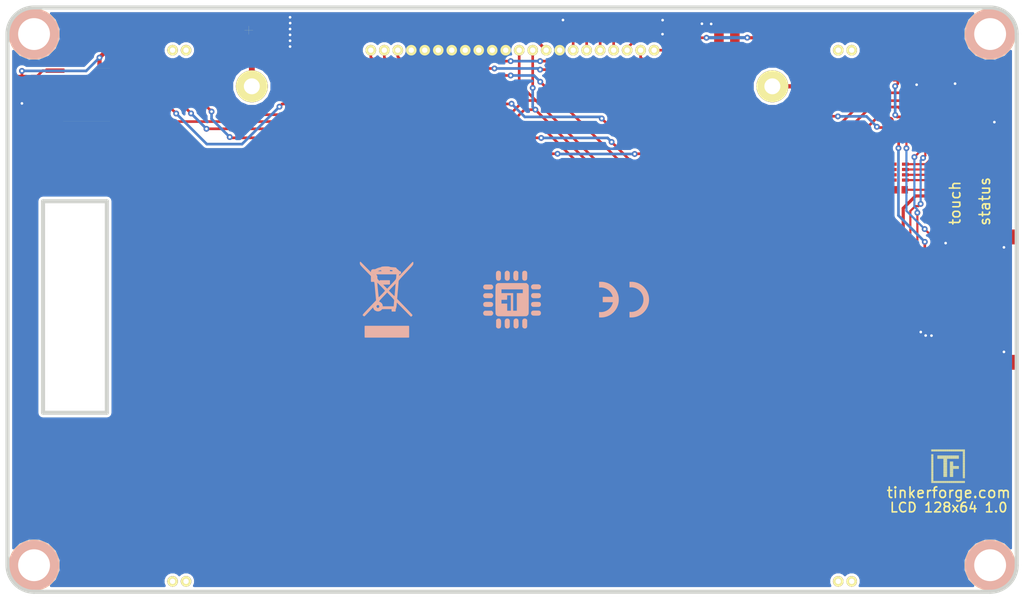
<source format=kicad_pcb>
(kicad_pcb (version 4) (host pcbnew 4.0.2+dfsg1-stable)
  (title_block (title "LCD 128x64 Bricklet") (date 2017-12-05) (rev 1.0) (company "Tinkerforge GmbH") (comment 1 "Licensed under CERN OHL v.1.1") (comment 2 "Copyright (©) 2017, L.Lauer <lukas@tinkerforge.com>"))
  (layers (0 F.Cu signal) (31 B.Cu signal) (34 B.Paste user) (35 F.Paste user) (36 B.SilkS user) (37 F.SilkS user) (38 B.Mask user) (39 F.Mask user) (44 Edge.Cuts user))
  (net 0 "")
  (net 1 GND)
  (net 2 "Net-(C1-Pad1)")
  (net 3 VCC)
  (net 4 "Net-(C7-Pad1)")
  (net 5 "Net-(C9-Pad1)")
  (net 6 "Net-(C9-Pad2)")
  (net 7 "Net-(C10-Pad1)")
  (net 8 "Net-(C10-Pad2)")
  (net 9 "Net-(D1-Pad2)")
  (net 10 "Net-(P1-Pad4)")
  (net 11 "Net-(P1-Pad5)")
  (net 12 "Net-(P1-Pad6)")
  (net 13 "Net-(P2-Pad1)")
  (net 14 "Net-(P3-Pad2)")
  (net 15 "Net-(P4-Pad2)")
  (net 16 "Net-(P4-Pad1)")
  (net 17 "Net-(P4-Pad3)")
  (net 18 "Net-(P4-Pad4)")
  (net 19 SW-BACK)
  (net 20 "Net-(Q1-PadD)")
  (net 21 "Net-(R1-Pad1)")
  (net 22 "Net-(R2-Pad2)")
  (net 23 "Net-(R4-Pad2)")
  (net 24 M-MISO)
  (net 25 "Net-(R7-Pad1)")
  (net 26 S-MISO)
  (net 27 S-MOSI)
  (net 28 S-CLK)
  (net 29 S-CS)
  (net 30 M-CS-TS)
  (net 31 M-CS-LCD)
  (net 32 M-CLK)
  (net 33 "Net-(RP2-Pad5)")
  (net 34 "Net-(RP2-Pad6)")
  (net 35 "Net-(RP2-Pad7)")
  (net 36 "Net-(RP2-Pad8)")
  (net 37 LCD-RST)
  (net 38 TS-BUSY)
  (net 39 PENIRQ)
  (net 40 LCD-CD)
  (net 41 M-MOSI)
  (net 42 "Net-(D2-Pad2)")
  (net 43 "Net-(P1-Pad1)")
  (net 44 "Net-(R8-Pad1)")
  (net 45 "Net-(U1-Pad3)")
  (net 46 "Net-(U1-Pad5)")
  (net 47 "Net-(U1-Pad6)")
  (net 48 "Net-(U1-Pad8)")
  (net 49 "Net-(U2-Pad8)")
  (net 50 "Net-(U2-Pad9)")
  (module kicad-libraries:C0402F (layer F.Cu) (at 180.01 84.38 135)
    (fp_text reference C1)
    (fp_text value 220pF)
    (pad 2 smd rect (at 0.5 0 135) (size 0.6 0.7) (layers F.Cu F.Paste F.Mask) (net 1 GND))
    (pad 1 smd rect (at -0.5 0 135) (size 0.6 0.7) (layers F.Cu F.Paste F.Mask) (net 2 "Net-(C1-Pad1)"))
  )
  (module kicad-libraries:C0805 (layer F.Cu) (at 180.15 90.75 270)
    (fp_text reference C2)
    (fp_text value 10uF)
    (pad 1 smd rect (at -1.00076 0 270) (size 1.00076 1.24968) (layers F.Cu F.Paste F.Mask) (net 3 VCC) (clearance 0.14986))
    (pad 2 smd rect (at 1.00076 0 270) (size 1.00076 1.24968) (layers F.Cu F.Paste F.Mask) (net 1 GND) (clearance 0.14986))
  )
  (module kicad-libraries:C0603F (layer F.Cu) (at 178.6 90.7 270)
    (fp_text reference C3)
    (fp_text value 1uF)
    (pad 1 smd rect (at -0.75 0 270) (size 0.9 0.9) (layers F.Cu F.Paste F.Mask) (net 3 VCC))
    (pad 2 smd rect (at 0.75 0 270) (size 0.9 0.9) (layers F.Cu F.Paste F.Mask) (net 1 GND))
  )
  (module kicad-libraries:C0603F (layer F.Cu) (at 179.62 68.47 180)
    (fp_text reference C4)
    (fp_text value 100n)
    (pad 1 smd rect (at -0.75 0 180) (size 0.9 0.9) (layers F.Cu F.Paste F.Mask) (net 1 GND))
    (pad 2 smd rect (at 0.75 0 180) (size 0.9 0.9) (layers F.Cu F.Paste F.Mask) (net 3 VCC))
  )
  (module kicad-libraries:C0603F (layer F.Cu) (at 93.26 68.84 90)
    (fp_text reference C5)
    (fp_text value 10uF)
    (pad 1 smd rect (at -0.75 0 90) (size 0.9 0.9) (layers F.Cu F.Paste F.Mask) (net 1 GND))
    (pad 2 smd rect (at 0.75 0 90) (size 0.9 0.9) (layers F.Cu F.Paste F.Mask) (net 3 VCC))
  )
  (module kicad-libraries:C0603F (layer F.Cu) (at 94.56 68.84 90)
    (fp_text reference C6)
    (fp_text value 100n)
    (pad 1 smd rect (at -0.75 0 90) (size 0.9 0.9) (layers F.Cu F.Paste F.Mask) (net 1 GND))
    (pad 2 smd rect (at 0.75 0 90) (size 0.9 0.9) (layers F.Cu F.Paste F.Mask) (net 3 VCC))
  )
  (module kicad-libraries:R0603F (layer F.Cu) (at 152.08 62.49)
    (fp_text reference C7)
    (fp_text value 0,33uF)
    (pad 1 smd rect (at -0.75 0) (size 0.9 0.9) (layers F.Cu F.Paste F.Mask) (net 4 "Net-(C7-Pad1)"))
    (pad 2 smd rect (at 0.75 0) (size 0.9 0.9) (layers F.Cu F.Paste F.Mask) (net 1 GND))
  )
  (module kicad-libraries:3528-21 (layer F.Cu) (at 116.01 63.44)
    (fp_text reference C8)
    (fp_text value 100µF/6.3V)
    (pad 1 smd rect (at -1.40048 0) (size 1.59954 2.79908) (layers F.Cu F.Paste F.Mask) (net 3 VCC) (clearance 0.14986))
    (pad 2 smd rect (at 1.40048 0) (size 1.59954 2.79908) (layers F.Cu F.Paste F.Mask) (net 1 GND) (clearance 0.14986))
  )
  (module kicad-libraries:C0603F (layer F.Cu) (at 148.8 63.4)
    (fp_text reference C9)
    (fp_text value 2,2uF)
    (pad 1 smd rect (at -0.75 0) (size 0.9 0.9) (layers F.Cu F.Paste F.Mask) (net 5 "Net-(C9-Pad1)"))
    (pad 2 smd rect (at 0.75 0) (size 0.9 0.9) (layers F.Cu F.Paste F.Mask) (net 6 "Net-(C9-Pad2)"))
  )
  (module kicad-libraries:C0603F (layer F.Cu) (at 145.7 63.4 180)
    (fp_text reference C10)
    (fp_text value 2,2uF)
    (pad 1 smd rect (at -0.75 0 180) (size 0.9 0.9) (layers F.Cu F.Paste F.Mask) (net 7 "Net-(C10-Pad1)"))
    (pad 2 smd rect (at 0.75 0 180) (size 0.9 0.9) (layers F.Cu F.Paste F.Mask) (net 8 "Net-(C10-Pad2)"))
  )
  (module kicad-libraries:C0805 (layer F.Cu) (at 142.4 62.48 180)
    (fp_text reference C12)
    (fp_text value 10uF)
    (pad 1 smd rect (at -1.00076 0 180) (size 1.00076 1.24968) (layers F.Cu F.Paste F.Mask) (net 1 GND) (clearance 0.14986))
    (pad 2 smd rect (at 1.00076 0 180) (size 1.00076 1.24968) (layers F.Cu F.Paste F.Mask) (net 3 VCC) (clearance 0.14986))
  )
  (module kicad-libraries:D0603E (layer F.Cu) (at 185.28 79.56 90)
    (fp_text reference D1)
    (fp_text value blue)
    (pad 1 smd rect (at -0.8501 0 90) (size 1.1 1) (layers F.Cu F.Paste F.Mask) (net 3 VCC))
    (pad 2 smd rect (at 0.8501 0 90) (size 1.1 1) (layers F.Cu F.Paste F.Mask) (net 9 "Net-(D1-Pad2)"))
  )
  (module kicad-libraries:CON-SENSOR2 (layer F.Cu) (at 186.9 88.8 90)
    (fp_text reference P1)
    (fp_text value CON-SENSOR2)
    (pad 1 smd rect (at -3.75 -4.6 90) (size 0.6 1.8) (layers F.Cu F.Paste F.Mask) (net 43 "Net-(P1-Pad1)"))
    (pad 2 smd rect (at -2.5 -4.6 90) (size 0.6 1.8) (layers F.Cu F.Paste F.Mask) (net 1 GND))
    (pad EP smd rect (at -5.9 -1.2 90) (size 1.4 2.4) (layers F.Cu F.Paste F.Mask) (net 1 GND))
    (pad EP smd rect (at 5.9 -1.2 90) (size 1.4 2.4) (layers F.Cu F.Paste F.Mask) (net 1 GND))
    (pad 3 smd rect (at -1.25 -4.6 90) (size 0.6 1.8) (layers F.Cu F.Paste F.Mask) (net 3 VCC))
    (pad 4 smd rect (at 0 -4.6 90) (size 0.6 1.8) (layers F.Cu F.Paste F.Mask) (net 10 "Net-(P1-Pad4)"))
    (pad 5 smd rect (at 1.25 -4.6 90) (size 0.6 1.8) (layers F.Cu F.Paste F.Mask) (net 11 "Net-(P1-Pad5)"))
    (pad 6 smd rect (at 2.5 -4.6 90) (size 0.6 1.8) (layers F.Cu F.Paste F.Mask) (net 12 "Net-(P1-Pad6)"))
    (pad 7 smd rect (at 3.75 -4.6 90) (size 0.6 1.8) (layers F.Cu F.Paste F.Mask) (net 2 "Net-(C1-Pad1)"))
  )
  (module kicad-libraries:DEBUG_PAD (layer F.Cu) (at 174.98 71.94)
    (fp_text reference P2)
    (fp_text value Debug)
    (pad 1 smd circle (at 0 0) (size 0.7 0.7) (layers F.Cu F.Paste F.Mask) (net 13 "Net-(P2-Pad1)"))
  )
  (module kicad-libraries:SolderJumper (layer F.Cu) (at 183.76 72.09 180)
    (fp_text reference P3)
    (fp_text value BOOT)
    (pad 2 smd rect (at 0.55 0 180) (size 0.3 1.4) (layers F.Cu F.Mask) (net 14 "Net-(P3-Pad2)"))
    (pad 2 smd rect (at 0.15 0 180) (size 0.6 0.5) (layers F.Cu F.Mask) (net 14 "Net-(P3-Pad2)"))
    (pad 1 smd rect (at -0.5 0 180) (size 0.4 1.4) (layers F.Cu F.Mask) (net 1 GND))
    (pad 1 smd rect (at -0.225 0.55 180) (size 0.95 0.3) (layers F.Cu F.Mask) (net 1 GND))
    (pad 1 smd rect (at -0.225 -0.55 180) (size 0.95 0.3) (layers F.Cu F.Mask) (net 1 GND))
  )
  (module kicad-libraries:ER-CON04HB-2 (layer F.Cu) (at 98.39 73.93)
    (fp_text reference P4)
    (fp_text value CON_4Wire_ER-TP028-1)
    (pad EP smd rect (at 4.3 2.15) (size 2 2.5) (layers F.Cu F.Paste F.Mask))
    (pad EP smd rect (at -4.3 2.15) (size 2 2.5) (layers F.Cu F.Paste F.Mask))
    (pad 2 smd rect (at 0.5 0) (size 0.6 2) (layers F.Cu F.Paste F.Mask) (net 15 "Net-(P4-Pad2)"))
    (pad 1 smd rect (at 1.5 0) (size 0.6 2) (layers F.Cu F.Paste F.Mask) (net 16 "Net-(P4-Pad1)"))
    (pad 3 smd rect (at -0.5 0) (size 0.6 2) (layers F.Cu F.Paste F.Mask) (net 17 "Net-(P4-Pad3)"))
    (pad 4 smd rect (at -1.5 0) (size 0.6 2) (layers F.Cu F.Paste F.Mask) (net 18 "Net-(P4-Pad4)"))
  )
  (module kicad-libraries:SOT23GDS (layer F.Cu) (at 176.6 66.8 180)
    (fp_text reference Q1)
    (fp_text value 2N7002)
    (pad S smd rect (at -0.889 -1.016 180) (size 0.9144 0.9144) (layers F.Cu F.Paste F.Mask) (net 1 GND))
    (pad G smd rect (at 0.889 -1.016 180) (size 0.9144 0.9144) (layers F.Cu F.Paste F.Mask) (net 19 SW-BACK))
    (pad D smd rect (at 0 1.016 180) (size 0.9144 0.9144) (layers F.Cu F.Paste F.Mask) (net 20 "Net-(Q1-PadD)"))
  )
  (module kicad-libraries:R0603F (layer F.Cu) (at 185.28 76.36 270)
    (fp_text reference R1)
    (fp_text value 1k)
    (pad 1 smd rect (at -0.75 0 270) (size 0.9 0.9) (layers F.Cu F.Paste F.Mask) (net 21 "Net-(R1-Pad1)"))
    (pad 2 smd rect (at 0.75 0 270) (size 0.9 0.9) (layers F.Cu F.Paste F.Mask) (net 9 "Net-(D1-Pad2)"))
  )
  (module kicad-libraries:R0603F (layer F.Cu) (at 155.79 64.15 180)
    (fp_text reference R2)
    (fp_text value DNP)
    (pad 1 smd rect (at -0.75 0 180) (size 0.9 0.9) (layers F.Cu F.Paste F.Mask) (net 3 VCC))
    (pad 2 smd rect (at 0.75 0 180) (size 0.9 0.9) (layers F.Cu F.Paste F.Mask) (net 22 "Net-(R2-Pad2)"))
  )
  (module kicad-libraries:R0603F (layer F.Cu) (at 155.79 62.83)
    (fp_text reference R3)
    (fp_text value 0)
    (pad 1 smd rect (at -0.75 0) (size 0.9 0.9) (layers F.Cu F.Paste F.Mask) (net 22 "Net-(R2-Pad2)"))
    (pad 2 smd rect (at 0.75 0) (size 0.9 0.9) (layers F.Cu F.Paste F.Mask) (net 1 GND))
  )
  (module kicad-libraries:R0603F (layer F.Cu) (at 159.62 64.16)
    (fp_text reference R4)
    (fp_text value DNP)
    (pad 1 smd rect (at -0.75 0) (size 0.9 0.9) (layers F.Cu F.Paste F.Mask) (net 3 VCC))
    (pad 2 smd rect (at 0.75 0) (size 0.9 0.9) (layers F.Cu F.Paste F.Mask) (net 23 "Net-(R4-Pad2)"))
  )
  (module kicad-libraries:R0603F (layer F.Cu) (at 159.62 62.85 180)
    (fp_text reference R5)
    (fp_text value 0)
    (pad 1 smd rect (at -0.75 0 180) (size 0.9 0.9) (layers F.Cu F.Paste F.Mask) (net 23 "Net-(R4-Pad2)"))
    (pad 2 smd rect (at 0.75 0 180) (size 0.9 0.9) (layers F.Cu F.Paste F.Mask) (net 1 GND))
  )
  (module kicad-libraries:R0603F (layer F.Cu) (at 152.08 63.81)
    (fp_text reference R6)
    (fp_text value 10M)
    (pad 1 smd rect (at -0.75 0) (size 0.9 0.9) (layers F.Cu F.Paste F.Mask) (net 4 "Net-(C7-Pad1)"))
    (pad 2 smd rect (at 0.75 0) (size 0.9 0.9) (layers F.Cu F.Paste F.Mask) (net 1 GND))
  )
  (module kicad-libraries:R0402F (layer F.Cu) (at 175.86 78.46 180)
    (fp_text reference R7)
    (fp_text value 82)
    (pad 2 smd rect (at 0.5 0 180) (size 0.6 0.7) (layers F.Cu F.Paste F.Mask) (net 41 M-MOSI))
    (pad 1 smd rect (at -0.5 0 180) (size 0.6 0.7) (layers F.Cu F.Paste F.Mask) (net 25 "Net-(R7-Pad1)"))
  )
  (module kicad-libraries:4X0402 (layer F.Cu) (at 178.85 85.5 45)
    (fp_text reference RP1)
    (fp_text value 82)
    (pad 1 smd rect (at -0.7493 0.575 225) (size 0.29972 0.65) (layers F.Cu F.Paste F.Mask) (net 10 "Net-(P1-Pad4)"))
    (pad 2 smd rect (at -0.24892 0.575 225) (size 0.29972 0.65) (layers F.Cu F.Paste F.Mask) (net 11 "Net-(P1-Pad5)"))
    (pad 3 smd rect (at 0.24892 0.575 225) (size 0.29972 0.65) (layers F.Cu F.Paste F.Mask) (net 12 "Net-(P1-Pad6)"))
    (pad 4 smd rect (at 0.7493 0.575 225) (size 0.29972 0.65) (layers F.Cu F.Paste F.Mask) (net 2 "Net-(C1-Pad1)"))
    (pad 5 smd rect (at 0.7493 -0.575 45) (size 0.29972 0.65) (layers F.Cu F.Paste F.Mask) (net 26 S-MISO))
    (pad 6 smd rect (at 0.24892 -0.575 45) (size 0.29972 0.65) (layers F.Cu F.Paste F.Mask) (net 27 S-MOSI))
    (pad 7 smd rect (at -0.24892 -0.575 45) (size 0.29972 0.65) (layers F.Cu F.Paste F.Mask) (net 28 S-CLK))
    (pad 8 smd rect (at -0.7493 -0.575 45) (size 0.29972 0.65) (layers F.Cu F.Paste F.Mask) (net 29 S-CS))
  )
  (module kicad-libraries:4X0402 (layer F.Cu) (at 175.85 76.8 270)
    (fp_text reference RP2)
    (fp_text value 82)
    (pad 1 smd rect (at -0.7493 0.575 90) (size 0.29972 0.65) (layers F.Cu F.Paste F.Mask) (net 30 M-CS-TS))
    (pad 2 smd rect (at -0.24892 0.575 90) (size 0.29972 0.65) (layers F.Cu F.Paste F.Mask) (net 31 M-CS-LCD))
    (pad 3 smd rect (at 0.24892 0.575 90) (size 0.29972 0.65) (layers F.Cu F.Paste F.Mask) (net 32 M-CLK))
    (pad 4 smd rect (at 0.7493 0.575 90) (size 0.29972 0.65) (layers F.Cu F.Paste F.Mask) (net 24 M-MISO))
    (pad 5 smd rect (at 0.7493 -0.575 270) (size 0.29972 0.65) (layers F.Cu F.Paste F.Mask) (net 33 "Net-(RP2-Pad5)"))
    (pad 6 smd rect (at 0.24892 -0.575 270) (size 0.29972 0.65) (layers F.Cu F.Paste F.Mask) (net 34 "Net-(RP2-Pad6)"))
    (pad 7 smd rect (at -0.24892 -0.575 270) (size 0.29972 0.65) (layers F.Cu F.Paste F.Mask) (net 35 "Net-(RP2-Pad7)"))
    (pad 8 smd rect (at -0.7493 -0.575 270) (size 0.29972 0.65) (layers F.Cu F.Paste F.Mask) (net 36 "Net-(RP2-Pad8)"))
  )
  (module kicad-libraries:QFN24-4x4mm-0.5mm (layer F.Cu) (at 179.05 72.35 180)
    (fp_text reference U1)
    (fp_text value XMC130024)
    (pad 1 smd oval (at -2.025 -1.25 180) (size 1 0.3) (layers F.Cu F.Paste F.Mask) (net 25 "Net-(R7-Pad1)"))
    (pad 2 smd oval (at -2.025 -0.75 180) (size 1 0.3) (layers F.Cu F.Paste F.Mask) (net 44 "Net-(R8-Pad1)"))
    (pad 3 smd oval (at -2.025 -0.25 180) (size 1 0.3) (layers F.Cu F.Paste F.Mask) (net 45 "Net-(U1-Pad3)"))
    (pad 4 smd oval (at -2.025 0.25 180) (size 1 0.3) (layers F.Cu F.Paste F.Mask) (net 14 "Net-(P3-Pad2)"))
    (pad 5 smd oval (at -2.025 0.75 180) (size 1 0.3) (layers F.Cu F.Paste F.Mask) (net 46 "Net-(U1-Pad5)"))
    (pad 6 smd oval (at -2.025 1.25 180) (size 1 0.3) (layers F.Cu F.Paste F.Mask) (net 47 "Net-(U1-Pad6)"))
    (pad 7 smd oval (at -1.25 2.025 270) (size 1 0.3) (layers F.Cu F.Paste F.Mask) (net 21 "Net-(R1-Pad1)"))
    (pad 8 smd oval (at -0.75 2.025 270) (size 1 0.3) (layers F.Cu F.Paste F.Mask) (net 48 "Net-(U1-Pad8)"))
    (pad 9 smd oval (at -0.25 2.025 270) (size 1 0.3) (layers F.Cu F.Paste F.Mask) (net 1 GND))
    (pad 10 smd oval (at 0.25 2.025 270) (size 1 0.3) (layers F.Cu F.Paste F.Mask) (net 3 VCC))
    (pad 11 smd oval (at 0.75 2.025 270) (size 1 0.3) (layers F.Cu F.Paste F.Mask) (net 37 LCD-RST))
    (pad 12 smd oval (at 1.25 2.025 270) (size 1 0.3) (layers F.Cu F.Paste F.Mask) (net 38 TS-BUSY))
    (pad 13 smd oval (at 2.025 1.25 180) (size 1 0.3) (layers F.Cu F.Paste F.Mask) (net 39 PENIRQ))
    (pad 14 smd oval (at 2.025 0.75 180) (size 1 0.3) (layers F.Cu F.Paste F.Mask) (net 19 SW-BACK))
    (pad 15 smd oval (at 2.025 0.25 180) (size 1 0.3) (layers F.Cu F.Paste F.Mask) (net 13 "Net-(P2-Pad1)"))
    (pad 16 smd oval (at 2.025 -0.25 180) (size 1 0.3) (layers F.Cu F.Paste F.Mask) (net 40 LCD-CD))
    (pad 17 smd oval (at 2.025 -0.75 180) (size 1 0.3) (layers F.Cu F.Paste F.Mask) (net 27 S-MOSI))
    (pad 18 smd oval (at 2.025 -1.25 180) (size 1 0.3) (layers F.Cu F.Paste F.Mask) (net 26 S-MISO))
    (pad 19 smd oval (at 1.25 -2.025 270) (size 1 0.3) (layers F.Cu F.Paste F.Mask) (net 28 S-CLK))
    (pad 20 smd oval (at 0.75 -2.025 270) (size 1 0.3) (layers F.Cu F.Paste F.Mask) (net 29 S-CS))
    (pad 21 smd oval (at 0.25 -2.025 270) (size 1 0.3) (layers F.Cu F.Paste F.Mask) (net 36 "Net-(RP2-Pad8)"))
    (pad 22 smd oval (at -0.25 -2.025 270) (size 1 0.3) (layers F.Cu F.Paste F.Mask) (net 35 "Net-(RP2-Pad7)"))
    (pad 23 smd oval (at -0.75 -2.025 270) (size 1 0.3) (layers F.Cu F.Paste F.Mask) (net 34 "Net-(RP2-Pad6)"))
    (pad 24 smd oval (at -1.25 -2.025 270) (size 1 0.3) (layers F.Cu F.Paste F.Mask) (net 33 "Net-(RP2-Pad5)"))
    (pad EXP smd rect (at 0.65 0.65 180) (size 1.3 1.3) (layers F.Cu F.Paste F.Mask) (net 1 GND))
    (pad EXP smd rect (at 0.65 -0.65 180) (size 1.3 1.3) (layers F.Cu F.Paste F.Mask) (net 1 GND))
    (pad EXP smd rect (at -0.65 0.65 180) (size 1.3 1.3) (layers F.Cu F.Paste F.Mask) (net 1 GND))
    (pad EXP smd rect (at -0.65 -0.65 180) (size 1.3 1.3) (layers F.Cu F.Paste F.Mask) (net 1 GND))
  )
  (module kicad-libraries:DRILL_NP (layer F.Cu) (at 94.4 63.8)
    (fp_text reference U4 hide)
    (fp_text value DRILL hide)
    (pad "" np_thru_hole circle (at 0 0) (size 2.99974 2.99974) (drill 2.99974) (layers *.Cu *.Mask F.SilkS) (clearance 0.89916))
  )
  (module kicad-libraries:DRILL_NP (layer F.Cu) (at 184.4 63.8)
    (fp_text reference U5 hide)
    (fp_text value DRILL hide)
    (pad "" np_thru_hole circle (at 0 0) (size 2.99974 2.99974) (drill 2.99974) (layers *.Cu *.Mask F.SilkS) (clearance 0.89916))
  )
  (module kicad-libraries:DRILL_NP (layer F.Cu) (at 94.4 113.8)
    (fp_text reference U6 hide)
    (fp_text value DRILL hide)
    (pad "" np_thru_hole circle (at 0 0) (size 2.99974 2.99974) (drill 2.99974) (layers *.Cu *.Mask F.SilkS) (clearance 0.89916))
  )
  (module kicad-libraries:DRILL_NP (layer F.Cu) (at 184.4 113.8)
    (fp_text reference U7 hide)
    (fp_text value DRILL hide)
    (pad "" np_thru_hole circle (at 0 0) (size 2.99974 2.99974) (drill 2.99974) (layers *.Cu *.Mask F.SilkS) (clearance 0.89916))
  )
  (module kicad-libraries:TSSOP16 (layer F.Cu) (at 99.35 69.52 270)
    (fp_text reference U2)
    (fp_text value TSC2046E)
    (pad 1 smd rect (at -2.2733 2.97434 90) (size 0.4191 1.778) (layers F.Cu F.Paste F.Mask) (net 3 VCC))
    (pad 2 smd rect (at -1.62306 2.97434 90) (size 0.4191 1.778) (layers F.Cu F.Paste F.Mask) (net 16 "Net-(P4-Pad1)"))
    (pad 3 smd rect (at -0.97282 2.97434 90) (size 0.4191 1.778) (layers F.Cu F.Paste F.Mask) (net 15 "Net-(P4-Pad2)"))
    (pad 4 smd rect (at -0.32258 2.97434 90) (size 0.4191 1.778) (layers F.Cu F.Paste F.Mask) (net 17 "Net-(P4-Pad3)"))
    (pad 5 smd rect (at 0.32258 2.97434 90) (size 0.4191 1.778) (layers F.Cu F.Paste F.Mask) (net 18 "Net-(P4-Pad4)"))
    (pad 6 smd rect (at 0.97282 2.97434 90) (size 0.4191 1.778) (layers F.Cu F.Paste F.Mask) (net 1 GND))
    (pad 7 smd rect (at 1.62306 2.97434 90) (size 0.4191 1.778) (layers F.Cu F.Paste F.Mask) (net 3 VCC))
    (pad 8 smd rect (at 2.2733 2.97434 90) (size 0.4191 1.778) (layers F.Cu F.Paste F.Mask) (net 49 "Net-(U2-Pad8)"))
    (pad 9 smd rect (at 2.2733 -2.97434 270) (size 0.4191 1.778) (layers F.Cu F.Paste F.Mask) (net 50 "Net-(U2-Pad9)"))
    (pad 10 smd rect (at 1.62306 -2.97434 270) (size 0.4191 1.778) (layers F.Cu F.Paste F.Mask) (net 3 VCC))
    (pad 11 smd rect (at 0.97282 -2.97434 270) (size 0.4191 1.778) (layers F.Cu F.Paste F.Mask) (net 39 PENIRQ))
    (pad 12 smd rect (at 0.32258 -2.97434 270) (size 0.4191 1.778) (layers F.Cu F.Paste F.Mask) (net 24 M-MISO))
    (pad 13 smd rect (at -0.32258 -2.97434 270) (size 0.4191 1.778) (layers F.Cu F.Paste F.Mask) (net 38 TS-BUSY))
    (pad 14 smd rect (at -0.97282 -2.97434 270) (size 0.4191 1.778) (layers F.Cu F.Paste F.Mask) (net 41 M-MOSI))
    (pad 15 smd rect (at -1.62306 -2.97434 270) (size 0.4191 1.778) (layers F.Cu F.Paste F.Mask) (net 30 M-CS-TS))
    (pad 16 smd rect (at -2.2733 -2.97434 270) (size 0.4191 1.778) (layers F.Cu F.Paste F.Mask) (net 32 M-CLK))
  )
  (module kicad-libraries:C0603F (layer F.Cu) (at 142.6 63.93 180)
    (fp_text reference C11)
    (fp_text value 100n)
    (pad 1 smd rect (at -0.75 0 180) (size 0.9 0.9) (layers F.Cu F.Paste F.Mask) (net 1 GND))
    (pad 2 smd rect (at 0.75 0 180) (size 0.9 0.9) (layers F.Cu F.Paste F.Mask) (net 3 VCC))
  )
  (module kicad-libraries:ERC12864-655_128x64 (layer F.Cu) (at 139.4 90.32)
    (fp_text reference U3)
    (fp_text value LCD-ERC12864)
    (pad NC thru_hole circle (at -31.96 25) (size 1 1) (drill 0.5) (layers *.Cu *.Mask F.SilkS))
    (pad NC thru_hole circle (at 31.97 25) (size 1 1) (drill 0.5) (layers *.Cu *.Mask F.SilkS))
    (pad NC thru_hole circle (at 30.7 25) (size 1 1) (drill 0.5) (layers *.Cu *.Mask F.SilkS))
    (pad NC thru_hole circle (at -30.69 25) (size 1 1) (drill 0.5) (layers *.Cu *.Mask F.SilkS))
    (pad NC thru_hole circle (at -31.96 -25) (size 1 1) (drill 0.5) (layers *.Cu *.Mask F.SilkS))
    (pad NC thru_hole circle (at -30.69 -25) (size 1 1) (drill 0.5) (layers *.Cu *.Mask F.SilkS))
    (pad NC thru_hole circle (at 31.97 -25) (size 1 1) (drill 0.5) (layers *.Cu *.Mask F.SilkS))
    (pad NC thru_hole circle (at 30.7 -25) (size 1 1) (drill 0.5) (layers *.Cu *.Mask F.SilkS))
    (pad 1 thru_hole circle (at -13.3 -25) (size 1 1) (drill 0.5) (layers *.Cu *.Mask F.SilkS) (net 31 M-CS-LCD))
    (pad 2 thru_hole circle (at -12.03 -25) (size 1 1) (drill 0.5) (layers *.Cu *.Mask F.SilkS) (net 37 LCD-RST))
    (pad 3 thru_hole circle (at -10.76 -25) (size 1 1) (drill 0.5) (layers *.Cu *.Mask F.SilkS) (net 40 LCD-CD))
    (pad 4 thru_hole circle (at -9.49 -25) (size 1 1) (drill 0.5) (layers *.Cu *.Mask F.SilkS) (net 1 GND))
    (pad 5 thru_hole circle (at -8.22 -25) (size 1 1) (drill 0.5) (layers *.Cu *.Mask F.SilkS) (net 1 GND))
    (pad 6 thru_hole circle (at -6.95 -25) (size 1 1) (drill 0.5) (layers *.Cu *.Mask F.SilkS) (net 1 GND))
    (pad 7 thru_hole circle (at -5.68 -25) (size 1 1) (drill 0.5) (layers *.Cu *.Mask F.SilkS) (net 1 GND))
    (pad 8 thru_hole circle (at -4.41 -25) (size 1 1) (drill 0.5) (layers *.Cu *.Mask F.SilkS) (net 1 GND))
    (pad 9 thru_hole circle (at -3.14 -25) (size 1 1) (drill 0.5) (layers *.Cu *.Mask F.SilkS) (net 1 GND))
    (pad 10 thru_hole circle (at -1.87 -25) (size 1 1) (drill 0.5) (layers *.Cu *.Mask F.SilkS) (net 1 GND))
    (pad 11 thru_hole circle (at -0.6 -25) (size 1 1) (drill 0.5) (layers *.Cu *.Mask F.SilkS) (net 1 GND))
    (pad 12 thru_hole circle (at 0.67 -25) (size 1 1) (drill 0.5) (layers *.Cu *.Mask F.SilkS) (net 32 M-CLK))
    (pad 13 thru_hole circle (at 1.94 -25) (size 1 1) (drill 0.5) (layers *.Cu *.Mask F.SilkS) (net 24 M-MISO))
    (pad 14 thru_hole circle (at 3.21 -25) (size 1 1) (drill 0.5) (layers *.Cu *.Mask F.SilkS) (net 3 VCC))
    (pad 15 thru_hole circle (at 4.48 -25) (size 1 1) (drill 0.5) (layers *.Cu *.Mask F.SilkS) (net 1 GND))
    (pad 16 thru_hole circle (at 5.75 -25) (size 1 1) (drill 0.5) (layers *.Cu *.Mask F.SilkS) (net 8 "Net-(C10-Pad2)"))
    (pad 17 thru_hole circle (at 7.02 -25) (size 1 1) (drill 0.5) (layers *.Cu *.Mask F.SilkS) (net 7 "Net-(C10-Pad1)"))
    (pad 18 thru_hole circle (at 8.29 -25) (size 1 1) (drill 0.5) (layers *.Cu *.Mask F.SilkS) (net 5 "Net-(C9-Pad1)"))
    (pad 19 thru_hole circle (at 9.56 -25) (size 1 1) (drill 0.5) (layers *.Cu *.Mask F.SilkS) (net 6 "Net-(C9-Pad2)"))
    (pad 20 thru_hole circle (at 10.83 -25) (size 1 1) (drill 0.5) (layers *.Cu *.Mask F.SilkS) (net 4 "Net-(C7-Pad1)"))
    (pad 21 thru_hole circle (at 12.1 -25) (size 1 1) (drill 0.5) (layers *.Cu *.Mask F.SilkS) (net 23 "Net-(R4-Pad2)"))
    (pad 22 thru_hole circle (at 13.37 -25) (size 1 1) (drill 0.5) (layers *.Cu *.Mask F.SilkS) (net 22 "Net-(R2-Pad2)"))
    (pad 23 thru_hole circle (at -24.5 -21.6) (size 3 3) (drill 1.5) (layers *.Cu *.Mask F.SilkS) (net 3 VCC))
    (pad 24 thru_hole circle (at 24.5 -21.6) (size 3 3) (drill 1.5) (layers *.Cu *.Mask F.SilkS) (net 20 "Net-(Q1-PadD)"))
  )
  (module kicad-libraries:Logo_31x31 (layer F.Cu) (at 178.86 102.9)
    (fp_text reference G*** hide)
    (fp_text value Logo_31x31 hide)
  )
  (module kicad-libraries:WEEE_7mm (layer B.Cu) (at 127.6 88.8 180)
    (fp_text reference VAL hide)
    (fp_text value WEEE_7mm hide)
  )
  (module kicad-libraries:Logo_CoMCU (layer B.Cu) (at 139.4 88.8 180)
    (fp_text reference G*** hide)
    (fp_text value LOGO hide)
  )
  (module kicad-libraries:CE_5mm (layer B.Cu) (at 149.9 88.8 180)
    (fp_text reference VAL hide)
    (fp_text value CE_5mm hide)
  )
  (module kicad-libraries:Fiducial_Mark (layer F.Cu) (at 97.9 110.3)
    (fp_text reference Fiducial_Mark hide)
    (fp_text value VAL** hide)
    (pad 1 smd circle (at 0 0) (size 1.00076 1.00076) (layers F.Cu F.Paste F.Mask) (clearance 0.65024))
  )
  (module kicad-libraries:Fiducial_Mark (layer F.Cu) (at 178.9 113.3)
    (fp_text reference Fiducial_Mark hide)
    (fp_text value VAL** hide)
    (pad 1 smd circle (at 0 0) (size 1.00076 1.00076) (layers F.Cu F.Paste F.Mask) (clearance 0.65024))
  )
  (module kicad-libraries:Fiducial_Mark (layer F.Cu) (at 98.9 63.3)
    (fp_text reference Fiducial_Mark hide)
    (fp_text value VAL** hide)
    (pad 1 smd circle (at 0 0) (size 1.00076 1.00076) (layers F.Cu F.Paste F.Mask) (clearance 0.65024))
  )
  (module kicad-libraries:Fiducial_Mark (layer F.Cu) (at 179.9 63.3)
    (fp_text reference Fiducial_Mark hide)
    (fp_text value VAL** hide)
    (pad 1 smd circle (at 0 0) (size 1.00076 1.00076) (layers F.Cu F.Paste F.Mask) (clearance 0.65024))
  )
  (module kicad-libraries:D0603E (layer F.Cu) (at 182.47 79.56 90)
    (fp_text reference D2)
    (fp_text value green)
    (pad 1 smd rect (at -0.8501 0 90) (size 1.1 1) (layers F.Cu F.Paste F.Mask) (net 3 VCC))
    (pad 2 smd rect (at 0.8501 0 90) (size 1.1 1) (layers F.Cu F.Paste F.Mask) (net 42 "Net-(D2-Pad2)"))
  )
  (module kicad-libraries:R0603F (layer F.Cu) (at 183.04 76.5 180)
    (fp_text reference R8)
    (fp_text value 1k)
    (pad 1 smd rect (at -0.75 0 180) (size 0.9 0.9) (layers F.Cu F.Paste F.Mask) (net 44 "Net-(R8-Pad1)"))
    (pad 2 smd rect (at 0.75 0 180) (size 0.9 0.9) (layers F.Cu F.Paste F.Mask) (net 42 "Net-(D2-Pad2)"))
  )
  (gr_text touch (at 181.1 79.7 90) (layer F.SilkS) (effects (font (size 1 1))))
  (gr_text "LCD 128x64 1.0" (at 180.5 108.37) (layer F.SilkS) (effects (font (size 0.9 0.9))))
  (gr_text tinkerforge.com (at 180.5 106.97) (layer F.SilkS) (effects (font (size 1 1))))
  (gr_line (start 95.25 99.45) (end 95.25 79.54) (angle 90) (layer Edge.Cuts) (width 0.381))
  (gr_line (start 101.25 99.45) (end 95.25 99.45) (angle 90) (layer Edge.Cuts) (width 0.381))
  (gr_line (start 101.25 79.54) (end 101.25 99.45) (angle 90) (layer Edge.Cuts) (width 0.381))
  (gr_line (start 101.25 79.54) (end 95.25 79.54) (angle 90) (layer Edge.Cuts) (width 0.381))
  (gr_line (start 94.4 116.3) (end 184.4 116.3) (angle 90) (layer Edge.Cuts) (width 0.381))
  (gr_line (start 91.9 63.8) (end 91.9 113.8) (angle 90) (layer Edge.Cuts) (width 0.381))
  (gr_line (start 184.4 61.3) (end 94.4 61.3) (angle 90) (layer Edge.Cuts) (width 0.381))
  (gr_line (start 186.9 113.8) (end 186.9 63.8) (angle 90) (layer Edge.Cuts) (width 0.381))
  (gr_arc (start 184.4 113.8) (end 186.9 113.8) (angle 90) (layer Edge.Cuts) (width 0.381))
  (gr_arc (start 184.4 63.8) (end 184.4 61.3) (angle 90) (layer Edge.Cuts) (width 0.381))
  (gr_text status (at 183.89 79.55 90) (layer F.SilkS) (effects (font (size 1 1))))
  (gr_arc (start 94.4 113.8) (end 94.4 116.3) (angle 90) (layer Edge.Cuts) (width 0.381))
  (gr_arc (start 94.4 63.8) (end 91.9 63.8) (angle 90) (layer Edge.Cuts) (width 0.381))
  (segment (start 117.41048 63.44) (end 117.41048 63.89048) (width 0.55) (layer F.Cu) (net 1))
  (segment (start 117.41048 63.89048) (end 118.5 64.98) (width 0.55) (layer F.Cu) (net 1))
  (via (at 118.5 64.98) (size 0.55) (drill 0.25) (layers F.Cu B.Cu) (net 1))
  (segment (start 117.41048 63.44) (end 117.51 63.44) (width 0.55) (layer F.Cu) (net 1))
  (segment (start 117.51 63.44) (end 118.5 64.43) (width 0.55) (layer F.Cu) (net 1))
  (via (at 118.5 64.43) (size 0.55) (drill 0.25) (layers F.Cu B.Cu) (net 1))
  (segment (start 117.41048 63.44) (end 118.06 63.44) (width 0.55) (layer F.Cu) (net 1))
  (segment (start 118.06 63.44) (end 118.5 63.88) (width 0.55) (layer F.Cu) (net 1))
  (via (at 118.5 63.88) (size 0.55) (drill 0.25) (layers F.Cu B.Cu) (net 1))
  (segment (start 118.5 63.33) (end 118.5 62.78) (width 0.55) (layer F.Cu) (net 1))
  (via (at 118.51 62.77) (size 0.55) (drill 0.25) (layers F.Cu B.Cu) (net 1))
  (segment (start 118.12 62.77) (end 118.51 62.77) (width 0.55) (layer F.Cu) (net 1))
  (segment (start 118.39 63.44) (end 118.5 63.33) (width 0.55) (layer F.Cu) (net 1))
  (via (at 118.5 63.33) (size 0.55) (drill 0.25) (layers F.Cu B.Cu) (net 1))
  (segment (start 118.39 63.44) (end 117.41048 63.44) (width 0.55) (layer F.Cu) (net 1))
  (segment (start 118.5 62.78) (end 118.51 62.77) (width 0.55) (layer F.Cu) (net 1))
  (segment (start 117.41048 63.44) (end 117.45 63.44) (width 0.55) (layer F.Cu) (net 1))
  (segment (start 117.45 63.44) (end 118.12 62.77) (width 0.55) (layer F.Cu) (net 1))
  (segment (start 117.41048 63.44) (end 117.41048 63.30952) (width 0.55) (layer F.Cu) (net 1))
  (segment (start 117.41048 63.30952) (end 118.5 62.22) (width 0.55) (layer F.Cu) (net 1))
  (via (at 118.5 62.22) (size 0.55) (drill 0.25) (layers F.Cu B.Cu) (net 1))
  (segment (start 179.656447 84.026447) (end 179.663553 84.026447) (width 0.3) (layer F.Cu) (net 1))
  (segment (start 179.663553 84.026447) (end 180.21 83.48) (width 0.3) (layer F.Cu) (net 1))
  (via (at 180.21 83.48) (size 0.55) (drill 0.25) (layers F.Cu B.Cu) (net 1))
  (segment (start 185.7 82.9) (end 185.7 83.88) (width 0.55) (layer F.Cu) (net 1))
  (via (at 185.7 83.88) (size 0.55) (drill 0.25) (layers F.Cu B.Cu) (net 1))
  (segment (start 185.7 94.7) (end 185.7 93.72) (width 0.55) (layer F.Cu) (net 1))
  (via (at 185.7 93.72) (size 0.55) (drill 0.25) (layers F.Cu B.Cu) (net 1))
  (segment (start 177.87 91.85) (end 178 91.85) (width 0.55) (layer F.Cu) (net 1))
  (segment (start 178.27 91.45) (end 177.87 91.85) (width 0.55) (layer F.Cu) (net 1))
  (via (at 177.87 91.85) (size 0.55) (drill 0.25) (layers F.Cu B.Cu) (net 1))
  (via (at 178.33 92.18) (size 0.55) (drill 0.25) (layers F.Cu B.Cu) (net 1))
  (segment (start 178.34 92.19) (end 178.33 92.18) (width 0.55) (layer F.Cu) (net 1))
  (segment (start 178.6 91.91) (end 178.88 92.19) (width 0.55) (layer F.Cu) (net 1))
  (via (at 178.88 92.19) (size 0.55) (drill 0.25) (layers F.Cu B.Cu) (net 1))
  (segment (start 178.88 92.19) (end 178.34 92.19) (width 0.55) (layer F.Cu) (net 1))
  (segment (start 178.33 92.18) (end 178.6 91.91) (width 0.55) (layer F.Cu) (net 1))
  (segment (start 178 91.85) (end 178.33 92.18) (width 0.55) (layer F.Cu) (net 1))
  (segment (start 178.6 91.45) (end 178.6 91.91) (width 0.55) (layer F.Cu) (net 1))
  (segment (start 178.6 91.45) (end 178.27 91.45) (width 0.55) (layer F.Cu) (net 1))
  (segment (start 180.15 91.75076) (end 179.47076 91.75076) (width 0.4) (layer F.Cu) (net 1))
  (segment (start 179.17 91.45) (end 178.6 91.45) (width 0.4) (layer F.Cu) (net 1))
  (segment (start 179.47076 91.75076) (end 179.17 91.45) (width 0.4) (layer F.Cu) (net 1))
  (segment (start 182.3 91.3) (end 181.16 91.3) (width 0.4) (layer F.Cu) (net 1))
  (segment (start 181.16 91.3) (end 180.70924 91.75076) (width 0.4) (layer F.Cu) (net 1))
  (segment (start 180.70924 91.75076) (end 180.15 91.75076) (width 0.4) (layer F.Cu) (net 1))
  (segment (start 180.37 68.47) (end 181.1 68.47) (width 0.55) (layer F.Cu) (net 1))
  (via (at 181.1 68.47) (size 0.55) (drill 0.25) (layers F.Cu B.Cu) (net 1))
  (segment (start 184.26 72.09) (end 184.8 72.09) (width 0.25) (layer F.Cu) (net 1))
  (via (at 184.8 72.09) (size 0.55) (drill 0.25) (layers F.Cu B.Cu) (net 1))
  (segment (start 183.985 71.54) (end 184.18 71.54) (width 0.2) (layer F.Cu) (net 1))
  (segment (start 184.18 71.54) (end 184.28 71.64) (width 0.2) (layer F.Cu) (net 1))
  (segment (start 184.28 71.64) (end 184.28 72.53) (width 0.2) (layer F.Cu) (net 1))
  (segment (start 184.28 72.53) (end 184.16 72.65) (width 0.2) (layer F.Cu) (net 1))
  (segment (start 184.16 72.65) (end 183.96 72.65) (width 0.2) (layer F.Cu) (net 1))
  (segment (start 183.96 72.65) (end 183.985 72.64) (width 0.2) (layer F.Cu) (net 1))
  (segment (start 179.3 70.325) (end 179.3 69.62) (width 0.25) (layer F.Cu) (net 1))
  (segment (start 180.37 69) (end 180.37 68.47) (width 0.25) (layer F.Cu) (net 1))
  (segment (start 180.04 69.33) (end 180.37 69) (width 0.25) (layer F.Cu) (net 1))
  (segment (start 179.59 69.33) (end 180.04 69.33) (width 0.25) (layer F.Cu) (net 1))
  (segment (start 179.3 69.62) (end 179.59 69.33) (width 0.25) (layer F.Cu) (net 1))
  (segment (start 177.489 67.816) (end 177.489 68.561) (width 0.55) (layer F.Cu) (net 1))
  (via (at 177.48 68.57) (size 0.55) (drill 0.25) (layers F.Cu B.Cu) (net 1))
  (segment (start 177.489 68.561) (end 177.48 68.57) (width 0.55) (layer F.Cu) (net 1))
  (segment (start 158.87 62.85) (end 158.14 62.85) (width 0.55) (layer F.Cu) (net 1))
  (via (at 158.14 62.85) (size 0.55) (drill 0.25) (layers F.Cu B.Cu) (net 1))
  (segment (start 156.54 62.83) (end 157.27 62.83) (width 0.55) (layer F.Cu) (net 1))
  (via (at 157.27 62.83) (size 0.55) (drill 0.25) (layers F.Cu B.Cu) (net 1))
  (segment (start 152.83 63.81) (end 153.56 63.81) (width 0.55) (layer F.Cu) (net 1))
  (via (at 153.56 63.81) (size 0.55) (drill 0.25) (layers F.Cu B.Cu) (net 1))
  (segment (start 152.83 62.49) (end 153.57 62.49) (width 0.55) (layer F.Cu) (net 1))
  (via (at 153.57 62.49) (size 0.55) (drill 0.25) (layers F.Cu B.Cu) (net 1))
  (segment (start 152.83 63.81) (end 152.83 62.49) (width 0.55) (layer F.Cu) (net 1))
  (via (at 144.19 62.48) (size 0.55) (drill 0.25) (layers F.Cu B.Cu) (net 1))
  (segment (start 143.40076 62.48) (end 144.19 62.48) (width 0.55) (layer F.Cu) (net 1))
  (segment (start 143.88 64.94) (end 143.88 65.32) (width 0.3) (layer F.Cu) (net 1))
  (segment (start 143.35 64.41) (end 143.88 64.94) (width 0.3) (layer F.Cu) (net 1))
  (segment (start 143.35 63.93) (end 143.35 64.41) (width 0.3) (layer F.Cu) (net 1))
  (segment (start 93.26 69.59) (end 93.26 70.33) (width 0.55) (layer F.Cu) (net 1))
  (via (at 93.26 70.33) (size 0.55) (drill 0.25) (layers F.Cu B.Cu) (net 1))
  (segment (start 94.56 69.59) (end 93.26 69.59) (width 0.55) (layer F.Cu) (net 1))
  (segment (start 94.56 69.59) (end 94.56 70.05) (width 0.25) (layer F.Cu) (net 1))
  (segment (start 95.00282 70.49282) (end 96.37566 70.49282) (width 0.25) (layer F.Cu) (net 1))
  (segment (start 94.56 70.05) (end 95.00282 70.49282) (width 0.25) (layer F.Cu) (net 1))
  (segment (start 178.4 71.7) (end 178.4 73) (width 0.2) (layer F.Cu) (net 1))
  (segment (start 178.4 71.7) (end 179.7 71.7) (width 0.2) (layer F.Cu) (net 1))
  (segment (start 179.7 71.7) (end 179.7 73) (width 0.2) (layer F.Cu) (net 1))
  (segment (start 179.7 73) (end 178.4 73) (width 0.2) (layer F.Cu) (net 1))
  (segment (start 179.3 70.325) (end 179.3 71.3) (width 0.2) (layer F.Cu) (net 1))
  (segment (start 179.3 71.3) (end 179.7 71.7) (width 0.2) (layer F.Cu) (net 1))
  (segment (start 143.35 63.8) (end 143.35 62.35076) (width 0.55) (layer F.Cu) (net 1))
  (segment (start 143.35 62.35076) (end 143.40076 62.3) (width 0.25) (layer F.Cu) (net 1))
  (segment (start 182.3 85.05) (end 181.14 85.05) (width 0.2) (layer F.Cu) (net 2))
  (segment (start 180.039671 85.63) (end 179.786422 85.376751) (width 0.2) (layer F.Cu) (net 2))
  (segment (start 180.56 85.63) (end 180.039671 85.63) (width 0.2) (layer F.Cu) (net 2))
  (segment (start 181.14 85.05) (end 180.56 85.63) (width 0.2) (layer F.Cu) (net 2))
  (segment (start 180.363553 84.733553) (end 180.363553 84.79962) (width 0.25) (layer F.Cu) (net 2))
  (segment (start 182.3 85.05) (end 180.68 85.05) (width 0.2) (layer F.Cu) (net 2))
  (segment (start 180.68 85.05) (end 180.363553 84.733553) (width 0.2) (layer F.Cu) (net 2))
  (segment (start 182.3 84.99) (end 182.3 85.05) (width 0.25) (layer F.Cu) (net 2))
  (segment (start 182.3 85.05) (end 182.3 84.89) (width 0.25) (layer F.Cu) (net 2))
  (segment (start 114.9 65.08) (end 114.9 65.43) (width 0.3) (layer F.Cu) (net 3))
  (segment (start 114.9 65.43) (end 115.55 66.08) (width 0.3) (layer F.Cu) (net 3))
  (segment (start 182.01 67.32) (end 182.01 67.31) (width 0.3) (layer F.Cu) (net 3))
  (segment (start 178.85 64.15) (end 178.12 64.15) (width 0.3) (layer F.Cu) (net 3))
  (segment (start 182.01 67.31) (end 178.85 64.15) (width 0.3) (layer F.Cu) (net 3))
  (segment (start 182.47 80.4101) (end 183.5201 80.4101) (width 0.3) (layer F.Cu) (net 3))
  (segment (start 177.38 79.04) (end 179.05 79.04) (width 0.3) (layer F.Cu) (net 3))
  (segment (start 180.4201 80.4101) (end 182.47 80.4101) (width 0.3) (layer F.Cu) (net 3))
  (segment (start 179.05 79.04) (end 180.4201 80.4101) (width 0.3) (layer F.Cu) (net 3))
  (via (at 157.7 64.15) (size 0.55) (drill 0.25) (layers F.Cu B.Cu) (net 3))
  (segment (start 157.71 64.14) (end 157.7 64.15) (width 0.3) (layer B.Cu) (net 3))
  (segment (start 157.71 64.14) (end 161.54 64.14) (width 0.3) (layer B.Cu) (net 3))
  (via (at 161.54 64.14) (size 0.55) (drill 0.25) (layers F.Cu B.Cu) (net 3))
  (segment (start 161.54 64.14) (end 161.55 64.15) (width 0.3) (layer F.Cu) (net 3))
  (segment (start 161.55 64.15) (end 178.12 64.15) (width 0.3) (layer F.Cu) (net 3))
  (segment (start 115.55 66.08) (end 122.26 66.08) (width 0.3) (layer F.Cu) (net 3))
  (segment (start 122.26 66.08) (end 125.86 62.48) (width 0.3) (layer F.Cu) (net 3))
  (segment (start 125.86 62.48) (end 141.39924 62.48) (width 0.3) (layer F.Cu) (net 3))
  (segment (start 96.94 75.78) (end 96.83 75.78) (width 0.25) (layer F.Cu) (net 3))
  (segment (start 95.02 73.97) (end 95.02 71.43) (width 0.25) (layer F.Cu) (net 3))
  (segment (start 96.83 75.78) (end 95.02 73.97) (width 0.25) (layer F.Cu) (net 3))
  (segment (start 101.57 73.17) (end 101.57 73.2) (width 0.25) (layer F.Cu) (net 3))
  (segment (start 95.30694 71.14306) (end 96.37566 71.14306) (width 0.25) (layer F.Cu) (net 3))
  (segment (start 95.02 71.43) (end 95.30694 71.14306) (width 0.25) (layer F.Cu) (net 3))
  (segment (start 100.01 75.78) (end 96.94 75.78) (width 0.25) (layer F.Cu) (net 3))
  (segment (start 100.89 74.9) (end 100.01 75.78) (width 0.25) (layer F.Cu) (net 3))
  (segment (start 100.89 73.88) (end 100.89 74.9) (width 0.25) (layer F.Cu) (net 3))
  (segment (start 101.57 73.2) (end 100.89 73.88) (width 0.25) (layer F.Cu) (net 3))
  (via (at 100.56 66.02) (size 0.55) (drill 0.25) (layers F.Cu B.Cu) (net 3))
  (segment (start 93.26 68.09) (end 93.26 67.27) (width 0.25) (layer F.Cu) (net 3))
  (via (at 93.26 67.27) (size 0.55) (drill 0.25) (layers F.Cu B.Cu) (net 3))
  (segment (start 99.31 67.27) (end 93.26 67.27) (width 0.25) (layer B.Cu) (net 3))
  (segment (start 99.31 67.27) (end 100.56 66.02) (width 0.25) (layer B.Cu) (net 3))
  (segment (start 102.32434 71.14306) (end 100.56 71.14306) (width 0.25) (layer F.Cu) (net 3))
  (segment (start 100.57 71.19) (end 100.56 71.19) (width 0.25) (layer F.Cu) (net 3))
  (segment (start 100.57 71.15306) (end 100.57 71.19) (width 0.25) (layer F.Cu) (net 3))
  (segment (start 100.56 71.14306) (end 100.57 71.15306) (width 0.25) (layer F.Cu) (net 3))
  (segment (start 178.6 89.95) (end 177.87 89.95) (width 0.4) (layer F.Cu) (net 3))
  (segment (start 103.14 63.44) (end 114.60952 63.44) (width 0.4) (layer F.Cu) (net 3))
  (segment (start 100.56 66.02) (end 103.14 63.44) (width 0.4) (layer F.Cu) (net 3))
  (segment (start 100.56 72.16) (end 100.56 71.39) (width 0.4) (layer F.Cu) (net 3))
  (segment (start 100.56 71.39) (end 100.56 71.19) (width 0.4) (layer F.Cu) (net 3))
  (segment (start 100.56 71.19) (end 100.56 66.02) (width 0.4) (layer F.Cu) (net 3))
  (segment (start 101.57 73.17) (end 100.56 72.16) (width 0.4) (layer F.Cu) (net 3))
  (segment (start 103.91 73.17) (end 101.57 73.17) (width 0.4) (layer F.Cu) (net 3))
  (segment (start 110.26 79.52) (end 103.91 73.17) (width 0.4) (layer F.Cu) (net 3))
  (segment (start 167.44 79.52) (end 110.26 79.52) (width 0.4) (layer F.Cu) (net 3))
  (segment (start 177.87 89.95) (end 167.44 79.52) (width 0.4) (layer F.Cu) (net 3))
  (segment (start 185.04 80.4101) (end 185.8599 80.4101) (width 0.3) (layer F.Cu) (net 3))
  (segment (start 185.8599 80.4101) (end 186.18 80.09) (width 0.3) (layer F.Cu) (net 3))
  (segment (start 186.18 80.09) (end 186.18 71.49) (width 0.3) (layer F.Cu) (net 3))
  (segment (start 186.18 71.49) (end 182.01 67.32) (width 0.3) (layer F.Cu) (net 3))
  (segment (start 182.01 67.32) (end 181.97 67.28) (width 0.3) (layer F.Cu) (net 3))
  (segment (start 181.97 67.28) (end 181.28 67.28) (width 0.3) (layer F.Cu) (net 3))
  (segment (start 178.87 67.72) (end 178.87 68.47) (width 0.3) (layer F.Cu) (net 3))
  (segment (start 179.31 67.28) (end 178.87 67.72) (width 0.3) (layer F.Cu) (net 3))
  (segment (start 181.28 67.28) (end 180.65 67.28) (width 0.3) (layer F.Cu) (net 3))
  (segment (start 180.65 67.28) (end 179.31 67.28) (width 0.3) (layer F.Cu) (net 3))
  (segment (start 178.6 89.95) (end 178.6 87.73) (width 0.3) (layer F.Cu) (net 3))
  (segment (start 183.5201 80.4101) (end 185.11 80.4101) (width 0.3) (layer F.Cu) (net 3))
  (segment (start 176.22 80.2) (end 177.38 79.04) (width 0.3) (layer F.Cu) (net 3))
  (segment (start 176.22 85.35) (end 176.22 80.2) (width 0.3) (layer F.Cu) (net 3))
  (segment (start 178.6 87.73) (end 176.22 85.35) (width 0.3) (layer F.Cu) (net 3))
  (segment (start 180.15 89.74924) (end 179.39076 89.74924) (width 0.4) (layer F.Cu) (net 3))
  (segment (start 179.19 89.95) (end 178.6 89.95) (width 0.4) (layer F.Cu) (net 3))
  (segment (start 179.39076 89.74924) (end 179.19 89.95) (width 0.4) (layer F.Cu) (net 3))
  (segment (start 182.3 90.05) (end 181.16 90.05) (width 0.4) (layer F.Cu) (net 3))
  (segment (start 180.85924 89.74924) (end 180.15 89.74924) (width 0.4) (layer F.Cu) (net 3))
  (segment (start 181.16 90.05) (end 180.85924 89.74924) (width 0.4) (layer F.Cu) (net 3))
  (segment (start 178.8 70.325) (end 178.8 68.54) (width 0.25) (layer F.Cu) (net 3))
  (segment (start 178.8 68.54) (end 178.87 68.47) (width 0.25) (layer F.Cu) (net 3))
  (segment (start 156.54 64.15) (end 157.7 64.15) (width 0.25) (layer F.Cu) (net 3))
  (segment (start 157.7 64.15) (end 158.86 64.15) (width 0.25) (layer F.Cu) (net 3))
  (segment (start 158.86 64.15) (end 158.87 64.16) (width 0.25) (layer F.Cu) (net 3))
  (segment (start 141.85 64.56) (end 142.61 65.32) (width 0.3) (layer F.Cu) (net 3))
  (segment (start 141.85 63.93) (end 141.85 64.56) (width 0.3) (layer F.Cu) (net 3))
  (segment (start 141.85 63.93) (end 141.85 63.51) (width 0.3) (layer F.Cu) (net 3))
  (segment (start 141.85 63.51) (end 141.39924 63.05924) (width 0.3) (layer F.Cu) (net 3))
  (segment (start 141.39924 63.05924) (end 141.39924 62.48) (width 0.3) (layer F.Cu) (net 3))
  (segment (start 93.26 68.09) (end 94.56 68.09) (width 0.55) (layer F.Cu) (net 3))
  (segment (start 94.56 68.09) (end 94.56 67.9) (width 0.25) (layer F.Cu) (net 3))
  (segment (start 94.56 67.9) (end 95.2133 67.2467) (width 0.25) (layer F.Cu) (net 3))
  (segment (start 95.2133 67.2467) (end 96.37566 67.2467) (width 0.25) (layer F.Cu) (net 3))
  (segment (start 114.9 68.6) (end 114.9 66.08) (width 0.55) (layer F.Cu) (net 3))
  (segment (start 114.9 66.08) (end 114.9 65.08) (width 0.55) (layer F.Cu) (net 3))
  (segment (start 114.9 65.08) (end 114.9 63.60048) (width 0.55) (layer F.Cu) (net 3))
  (segment (start 114.9 63.60048) (end 114.59952 63.3) (width 0.55) (layer F.Cu) (net 3))
  (segment (start 141.39924 62.3) (end 141.39924 62.69924) (width 0.25) (layer F.Cu) (net 3))
  (segment (start 141.85 64.15) (end 141.85 63.8) (width 0.25) (layer F.Cu) (net 3))
  (segment (start 151.33 63.81) (end 151.33 62.49) (width 0.25) (layer F.Cu) (net 4))
  (segment (start 150.23 65.32) (end 150.23 65.13) (width 0.25) (layer F.Cu) (net 4))
  (segment (start 150.23 65.13) (end 151.33 64.03) (width 0.25) (layer F.Cu) (net 4))
  (segment (start 151.33 64.03) (end 151.33 63.81) (width 0.25) (layer F.Cu) (net 4))
  (segment (start 147.69 65.2) (end 147.69 64.51) (width 0.25) (layer F.Cu) (net 5))
  (segment (start 148.05 64.15) (end 148.05 63.4) (width 0.25) (layer F.Cu) (net 5))
  (segment (start 147.69 64.51) (end 148.05 64.15) (width 0.25) (layer F.Cu) (net 5))
  (segment (start 148.96 65.2) (end 148.96 64.54) (width 0.25) (layer F.Cu) (net 6))
  (segment (start 149.55 63.95) (end 149.55 63.4) (width 0.25) (layer F.Cu) (net 6))
  (segment (start 148.96 64.54) (end 149.55 63.95) (width 0.25) (layer F.Cu) (net 6))
  (segment (start 146.42 65.2) (end 146.42 63.43) (width 0.25) (layer F.Cu) (net 7))
  (segment (start 146.42 63.43) (end 146.45 63.4) (width 0.25) (layer F.Cu) (net 7))
  (segment (start 145.15 65.2) (end 145.15 64.35) (width 0.25) (layer F.Cu) (net 8))
  (segment (start 144.95 64.15) (end 144.95 63.4) (width 0.25) (layer F.Cu) (net 8))
  (segment (start 145.15 64.35) (end 144.95 64.15) (width 0.25) (layer F.Cu) (net 8))
  (segment (start 185.28 78.7099) (end 185.28 77.11) (width 0.2) (layer F.Cu) (net 9))
  (segment (start 182.3 88.8) (end 181.090329 88.8) (width 0.2) (layer F.Cu) (net 10))
  (segment (start 181.090329 88.8) (end 178.726751 86.436422) (width 0.2) (layer F.Cu) (net 10))
  (segment (start 182.3 87.55) (end 180.547974 87.55) (width 0.2) (layer F.Cu) (net 11))
  (segment (start 180.547974 87.55) (end 179.080573 86.082599) (width 0.2) (layer F.Cu) (net 11))
  (segment (start 182.3 86.3) (end 180.002026 86.3) (width 0.2) (layer F.Cu) (net 12))
  (segment (start 180.002026 86.3) (end 179.432599 85.730573) (width 0.2) (layer F.Cu) (net 12))
  (segment (start 177.025 72.1) (end 175.14 72.1) (width 0.2) (layer F.Cu) (net 13))
  (segment (start 175.14 72.1) (end 174.98 71.94) (width 0.2) (layer F.Cu) (net 13))
  (segment (start 183.21 72.09) (end 183.61 72.09) (width 0.2) (layer F.Cu) (net 14))
  (segment (start 181.075 72.1) (end 183.2 72.1) (width 0.2) (layer F.Cu) (net 14))
  (segment (start 183.2 72.1) (end 183.21 72.09) (width 0.25) (layer F.Cu) (net 14))
  (segment (start 96.37566 68.54718) (end 97.55718 68.54718) (width 0.25) (layer F.Cu) (net 15))
  (segment (start 98.89 69.88) (end 98.89 73.93) (width 0.25) (layer F.Cu) (net 15))
  (segment (start 97.55718 68.54718) (end 98.89 69.88) (width 0.25) (layer F.Cu) (net 15))
  (segment (start 96.37566 67.89694) (end 97.60694 67.89694) (width 0.25) (layer F.Cu) (net 16))
  (segment (start 99.89 72.78) (end 99.89 73.93) (width 0.25) (layer F.Cu) (net 16))
  (segment (start 99.56 72.45) (end 99.89 72.78) (width 0.25) (layer F.Cu) (net 16))
  (segment (start 99.56 69.85) (end 99.56 72.45) (width 0.25) (layer F.Cu) (net 16))
  (segment (start 97.60694 67.89694) (end 99.56 69.85) (width 0.25) (layer F.Cu) (net 16))
  (segment (start 96.37566 69.19742) (end 97.53742 69.19742) (width 0.25) (layer F.Cu) (net 17))
  (segment (start 97.89 72.76) (end 97.89 73.93) (width 0.25) (layer F.Cu) (net 17))
  (segment (start 98.15 72.5) (end 97.89 72.76) (width 0.25) (layer F.Cu) (net 17))
  (segment (start 98.15 69.81) (end 98.15 72.5) (width 0.25) (layer F.Cu) (net 17))
  (segment (start 97.53742 69.19742) (end 98.15 69.81) (width 0.25) (layer F.Cu) (net 17))
  (segment (start 96.37566 69.84258) (end 97.46258 69.84258) (width 0.25) (layer F.Cu) (net 18))
  (segment (start 96.89 72.81) (end 96.89 73.93) (width 0.25) (layer F.Cu) (net 18))
  (segment (start 97.13 72.57) (end 96.89 72.81) (width 0.25) (layer F.Cu) (net 18))
  (segment (start 97.41 72.57) (end 97.13 72.57) (width 0.25) (layer F.Cu) (net 18))
  (segment (start 97.69 72.29) (end 97.41 72.57) (width 0.25) (layer F.Cu) (net 18))
  (segment (start 97.69 70.07) (end 97.69 72.29) (width 0.25) (layer F.Cu) (net 18))
  (segment (start 97.46258 69.84258) (end 97.69 70.07) (width 0.25) (layer F.Cu) (net 18))
  (segment (start 96.89 73.13) (end 96.89 74.26) (width 0.25) (layer F.Cu) (net 18))
  (segment (start 177.025 71.6) (end 175.65 71.6) (width 0.25) (layer F.Cu) (net 19))
  (segment (start 175.65 71.6) (end 175.47 71.42) (width 0.25) (layer F.Cu) (net 19))
  (segment (start 175.711 68.459) (end 175.711 67.816) (width 0.25) (layer F.Cu) (net 19))
  (segment (start 175.46 68.71) (end 175.711 68.459) (width 0.25) (layer F.Cu) (net 19))
  (via (at 175.46 68.71) (size 0.55) (drill 0.25) (layers F.Cu B.Cu) (net 19))
  (segment (start 175.46 71.41) (end 175.46 68.71) (width 0.25) (layer B.Cu) (net 19))
  (segment (start 175.47 71.42) (end 175.46 71.41) (width 0.25) (layer B.Cu) (net 19))
  (via (at 175.47 71.42) (size 0.55) (drill 0.25) (layers F.Cu B.Cu) (net 19))
  (segment (start 175.65 71.6) (end 175.47 71.42) (width 0.25) (layer F.Cu) (net 19))
  (segment (start 176.6 65.784) (end 173.706 65.784) (width 0.4) (layer F.Cu) (net 20))
  (segment (start 170.77 68.72) (end 163.9 68.72) (width 0.4) (layer F.Cu) (net 20))
  (segment (start 173.706 65.784) (end 170.77 68.72) (width 0.4) (layer F.Cu) (net 20))
  (segment (start 164.184 68.316) (end 163.9 68.6) (width 0.25) (layer F.Cu) (net 20))
  (segment (start 185.28 75.61) (end 185.28 72.75) (width 0.2) (layer F.Cu) (net 21))
  (segment (start 184.175 70.325) (end 180.3 70.325) (width 0.2) (layer F.Cu) (net 21))
  (segment (start 185.5 71.65) (end 184.175 70.325) (width 0.2) (layer F.Cu) (net 21))
  (segment (start 185.5 72.53) (end 185.5 71.65) (width 0.2) (layer F.Cu) (net 21))
  (segment (start 185.28 72.75) (end 185.5 72.53) (width 0.2) (layer F.Cu) (net 21))
  (segment (start 155.04 64.15) (end 155.04 62.83) (width 0.25) (layer F.Cu) (net 22))
  (segment (start 152.77 65.32) (end 154.52 65.32) (width 0.25) (layer F.Cu) (net 22))
  (segment (start 155.04 64.8) (end 155.04 64.15) (width 0.25) (layer F.Cu) (net 22))
  (segment (start 154.52 65.32) (end 155.04 64.8) (width 0.25) (layer F.Cu) (net 22))
  (segment (start 160.37 64.16) (end 160.37 62.85) (width 0.25) (layer F.Cu) (net 23))
  (segment (start 151.5 65.32) (end 151.5 66) (width 0.25) (layer F.Cu) (net 23))
  (segment (start 160.37 65.73) (end 160.37 64.16) (width 0.25) (layer F.Cu) (net 23))
  (segment (start 159.77 66.33) (end 160.37 65.73) (width 0.25) (layer F.Cu) (net 23))
  (segment (start 151.83 66.33) (end 159.77 66.33) (width 0.25) (layer F.Cu) (net 23))
  (segment (start 151.5 66) (end 151.83 66.33) (width 0.25) (layer F.Cu) (net 23))
  (segment (start 141.59 70.92) (end 140.56 70.92) (width 0.25) (layer F.Cu) (net 24))
  (segment (start 104.62258 69.84258) (end 102.32434 69.84258) (width 0.25) (layer F.Cu) (net 24))
  (segment (start 106.82 72.04) (end 104.62258 69.84258) (width 0.25) (layer F.Cu) (net 24))
  (segment (start 139.44 72.04) (end 106.82 72.04) (width 0.25) (layer F.Cu) (net 24))
  (segment (start 140.56 70.92) (end 139.44 72.04) (width 0.25) (layer F.Cu) (net 24))
  (segment (start 175.275 77.5493) (end 173.38 77.5493) (width 0.25) (layer F.Cu) (net 24))
  (segment (start 173.38 77.5493) (end 148.2193 77.5493) (width 0.25) (layer F.Cu) (net 24))
  (segment (start 141.34 68.87) (end 141.34 65.2) (width 0.25) (layer F.Cu) (net 24))
  (via (at 141.34 68.87) (size 0.55) (drill 0.25) (layers F.Cu B.Cu) (net 24))
  (segment (start 141.34 70.67) (end 141.34 68.87) (width 0.25) (layer B.Cu) (net 24))
  (segment (start 141.59 70.92) (end 141.34 70.67) (width 0.25) (layer B.Cu) (net 24))
  (via (at 141.59 70.92) (size 0.55) (drill 0.25) (layers F.Cu B.Cu) (net 24))
  (segment (start 148.2193 77.5493) (end 141.59 70.92) (width 0.25) (layer F.Cu) (net 24))
  (segment (start 181.075 73.6) (end 181.85 73.6) (width 0.2) (layer F.Cu) (net 25))
  (segment (start 181.85 73.6) (end 182.03 73.78) (width 0.2) (layer F.Cu) (net 25))
  (segment (start 182.03 73.78) (end 182.03 75.07) (width 0.2) (layer F.Cu) (net 25))
  (segment (start 182.03 75.07) (end 178.64 78.46) (width 0.2) (layer F.Cu) (net 25))
  (segment (start 178.64 78.46) (end 176.36 78.46) (width 0.2) (layer F.Cu) (net 25))
  (segment (start 177.025 73.6) (end 176.6 73.6) (width 0.2) (layer F.Cu) (net 26))
  (segment (start 176.6 73.6) (end 176.52 73.68) (width 0.2) (layer F.Cu) (net 26))
  (segment (start 176.52 73.68) (end 176.52 74.55) (width 0.2) (layer F.Cu) (net 26))
  (segment (start 178.700002 83.899998) (end 178.973249 83.626751) (width 0.2) (layer F.Cu) (net 26))
  (segment (start 178.700002 84.290331) (end 178.700002 83.899998) (width 0.2) (layer F.Cu) (net 26))
  (segment (start 178.973249 84.563578) (end 178.700002 84.290331) (width 0.2) (layer F.Cu) (net 26))
  (segment (start 178.973249 83.626751) (end 178.973249 82.893249) (width 0.2) (layer F.Cu) (net 26))
  (via (at 176.52 74.55) (size 0.55) (drill 0.25) (layers F.Cu B.Cu) (net 26))
  (segment (start 176.52 80.44) (end 176.52 74.55) (width 0.2) (layer B.Cu) (net 26))
  (segment (start 178.24 82.16) (end 176.52 80.44) (width 0.2) (layer B.Cu) (net 26))
  (via (at 178.24 82.16) (size 0.55) (drill 0.25) (layers F.Cu B.Cu) (net 26))
  (segment (start 178.973249 82.893249) (end 178.24 82.16) (width 0.2) (layer F.Cu) (net 26))
  (segment (start 178.619427 84.917401) (end 178.619427 84.889427) (width 0.25) (layer F.Cu) (net 27))
  (segment (start 178.619427 84.889427) (end 178.25 84.52) (width 0.25) (layer F.Cu) (net 27))
  (segment (start 176.23 73.1) (end 177.025 73.1) (width 0.25) (layer F.Cu) (net 27))
  (segment (start 175.79 73.54) (end 176.23 73.1) (width 0.25) (layer F.Cu) (net 27))
  (segment (start 175.79 74.52) (end 175.79 73.54) (width 0.25) (layer F.Cu) (net 27))
  (segment (start 175.77 74.54) (end 175.79 74.52) (width 0.25) (layer F.Cu) (net 27))
  (via (at 175.77 74.54) (size 0.55) (drill 0.25) (layers F.Cu B.Cu) (net 27))
  (segment (start 175.77 80.88) (end 175.77 74.54) (width 0.25) (layer B.Cu) (net 27))
  (segment (start 178.25 83.36) (end 175.77 80.88) (width 0.25) (layer B.Cu) (net 27))
  (via (at 178.25 83.36) (size 0.55) (drill 0.25) (layers F.Cu B.Cu) (net 27))
  (segment (start 178.25 84.52) (end 178.25 83.36) (width 0.25) (layer F.Cu) (net 27))
  (segment (start 178.619427 84.917401) (end 178.619427 84.899427) (width 0.2) (layer F.Cu) (net 27))
  (segment (start 177.55 84.59) (end 178.229427 85.269427) (width 0.2) (layer F.Cu) (net 28))
  (segment (start 177.8 74.375) (end 177.8 74.85) (width 0.2) (layer F.Cu) (net 28))
  (segment (start 177.8 74.85) (end 177.27 75.38) (width 0.2) (layer F.Cu) (net 28))
  (via (at 177.27 75.38) (size 0.55) (drill 0.25) (layers F.Cu B.Cu) (net 28))
  (segment (start 177.27 75.38) (end 177.27 80.04) (width 0.2) (layer B.Cu) (net 28))
  (segment (start 177.27 80.04) (end 177.55 80.32) (width 0.2) (layer B.Cu) (net 28))
  (segment (start 177.55 80.32) (end 177.55 80.62) (width 0.2) (layer B.Cu) (net 28))
  (via (at 177.55 80.62) (size 0.55) (drill 0.25) (layers F.Cu B.Cu) (net 28))
  (segment (start 177.55 80.62) (end 177.55 84.59) (width 0.2) (layer F.Cu) (net 28))
  (segment (start 178.229427 85.269427) (end 178.267401 85.269427) (width 0.2) (layer F.Cu) (net 28))
  (segment (start 178.3 74.375) (end 178.3 75.25) (width 0.2) (layer F.Cu) (net 29))
  (segment (start 176.89 84.599671) (end 177.913578 85.623249) (width 0.2) (layer F.Cu) (net 29))
  (segment (start 176.89 80.46) (end 176.89 84.599671) (width 0.2) (layer F.Cu) (net 29))
  (segment (start 177.35 80) (end 176.89 80.46) (width 0.2) (layer F.Cu) (net 29))
  (segment (start 177.65 80) (end 177.35 80) (width 0.2) (layer F.Cu) (net 29))
  (segment (start 177.86 79.79) (end 177.65 80) (width 0.2) (layer F.Cu) (net 29))
  (via (at 177.86 79.79) (size 0.55) (drill 0.25) (layers F.Cu B.Cu) (net 29))
  (segment (start 177.86 75.69) (end 177.86 79.79) (width 0.2) (layer B.Cu) (net 29))
  (segment (start 178.09 75.46) (end 177.86 75.69) (width 0.2) (layer B.Cu) (net 29))
  (via (at 178.09 75.46) (size 0.55) (drill 0.25) (layers F.Cu B.Cu) (net 29))
  (segment (start 178.3 75.25) (end 178.09 75.46) (width 0.2) (layer F.Cu) (net 29))
  (segment (start 175.275 76.0507) (end 150.8607 76.0507) (width 0.25) (layer F.Cu) (net 30))
  (segment (start 107.92694 67.89694) (end 102.32434 67.89694) (width 0.25) (layer F.Cu) (net 30))
  (segment (start 111.11 71.08) (end 107.92694 67.89694) (width 0.25) (layer F.Cu) (net 30))
  (segment (start 111.11 71.1) (end 111.11 71.08) (width 0.25) (layer F.Cu) (net 30))
  (via (at 111.11 71.1) (size 0.55) (drill 0.25) (layers F.Cu B.Cu) (net 30))
  (segment (start 111.11 71.79) (end 111.11 71.1) (width 0.25) (layer B.Cu) (net 30))
  (segment (start 112.82 73.5) (end 111.11 71.79) (width 0.25) (layer B.Cu) (net 30))
  (via (at 112.82 73.5) (size 0.55) (drill 0.25) (layers F.Cu B.Cu) (net 30))
  (segment (start 112.89 73.57) (end 112.82 73.5) (width 0.25) (layer F.Cu) (net 30))
  (segment (start 142.13 73.57) (end 112.89 73.57) (width 0.25) (layer F.Cu) (net 30))
  (segment (start 142.14 73.58) (end 142.13 73.57) (width 0.25) (layer F.Cu) (net 30))
  (via (at 142.14 73.58) (size 0.55) (drill 0.25) (layers F.Cu B.Cu) (net 30))
  (segment (start 148.39 73.58) (end 142.14 73.58) (width 0.25) (layer B.Cu) (net 30))
  (segment (start 148.77 73.96) (end 148.39 73.58) (width 0.25) (layer B.Cu) (net 30))
  (via (at 148.77 73.96) (size 0.55) (drill 0.25) (layers F.Cu B.Cu) (net 30))
  (segment (start 150.8607 76.0507) (end 148.77 73.96) (width 0.25) (layer F.Cu) (net 30))
  (segment (start 175.275 76.55108) (end 150.31108 76.55108) (width 0.25) (layer F.Cu) (net 31))
  (segment (start 126.1 65.99) (end 126.1 65.32) (width 0.25) (layer F.Cu) (net 31))
  (segment (start 127.81 67.7) (end 126.1 65.99) (width 0.25) (layer F.Cu) (net 31))
  (segment (start 129.69 67.7) (end 127.81 67.7) (width 0.25) (layer F.Cu) (net 31))
  (segment (start 139.27 67.7) (end 129.69 67.7) (width 0.25) (layer F.Cu) (net 31))
  (via (at 139.27 67.7) (size 0.55) (drill 0.25) (layers F.Cu B.Cu) (net 31))
  (segment (start 141.46 67.7) (end 139.27 67.7) (width 0.25) (layer B.Cu) (net 31))
  (segment (start 142.05 68.29) (end 141.46 67.7) (width 0.25) (layer B.Cu) (net 31))
  (via (at 142.05 68.29) (size 0.55) (drill 0.25) (layers F.Cu B.Cu) (net 31))
  (segment (start 150.31108 76.55108) (end 142.05 68.29) (width 0.25) (layer F.Cu) (net 31))
  (segment (start 141.64 70.06) (end 140.51 70.06) (width 0.25) (layer F.Cu) (net 32))
  (segment (start 140.51 70.06) (end 139.18 71.39) (width 0.25) (layer F.Cu) (net 32))
  (segment (start 102.32434 67.2467) (end 108.7967 67.2467) (width 0.25) (layer F.Cu) (net 32))
  (segment (start 108.7967 67.2467) (end 112.94 71.39) (width 0.25) (layer F.Cu) (net 32))
  (segment (start 112.94 71.39) (end 139.18 71.39) (width 0.25) (layer F.Cu) (net 32))
  (segment (start 175.275 77.04892) (end 148.62892 77.04892) (width 0.25) (layer F.Cu) (net 32))
  (segment (start 140.07 68.49) (end 140.07 65.2) (width 0.25) (layer F.Cu) (net 32))
  (segment (start 148.62892 77.04892) (end 141.64 70.06) (width 0.25) (layer F.Cu) (net 32))
  (segment (start 141.64 70.06) (end 141.075 69.495) (width 0.25) (layer F.Cu) (net 32))
  (segment (start 141.075 69.495) (end 140.925 69.345) (width 0.25) (layer F.Cu) (net 32))
  (segment (start 140.925 69.345) (end 140.07 68.49) (width 0.25) (layer F.Cu) (net 32))
  (segment (start 180.3 74.375) (end 180.3 76.08) (width 0.2) (layer F.Cu) (net 33))
  (segment (start 178.8307 77.5493) (end 176.425 77.5493) (width 0.2) (layer F.Cu) (net 33))
  (segment (start 180.3 76.08) (end 178.8307 77.5493) (width 0.2) (layer F.Cu) (net 33))
  (segment (start 179.8 74.375) (end 179.8 75.96) (width 0.2) (layer F.Cu) (net 34))
  (segment (start 178.71108 77.04892) (end 176.425 77.04892) (width 0.2) (layer F.Cu) (net 34))
  (segment (start 179.8 75.96) (end 178.71108 77.04892) (width 0.2) (layer F.Cu) (net 34))
  (segment (start 179.3 74.375) (end 179.3 75.74) (width 0.2) (layer F.Cu) (net 35))
  (segment (start 178.48892 76.55108) (end 176.425 76.55108) (width 0.2) (layer F.Cu) (net 35))
  (segment (start 179.3 75.74) (end 178.48892 76.55108) (width 0.2) (layer F.Cu) (net 35))
  (segment (start 178.8 74.375) (end 178.8 75.57) (width 0.2) (layer F.Cu) (net 36))
  (segment (start 178.3193 76.0507) (end 176.425 76.0507) (width 0.2) (layer F.Cu) (net 36))
  (segment (start 178.8 75.57) (end 178.3193 76.0507) (width 0.2) (layer F.Cu) (net 36))
  (segment (start 178.3 70.325) (end 178.3 69.75) (width 0.25) (layer F.Cu) (net 37))
  (segment (start 127.37 66.03) (end 127.37 65.32) (width 0.25) (layer F.Cu) (net 37))
  (segment (start 128.38 67.04) (end 127.37 66.03) (width 0.25) (layer F.Cu) (net 37))
  (segment (start 137.74 67.04) (end 128.38 67.04) (width 0.25) (layer F.Cu) (net 37))
  (via (at 137.74 67.04) (size 0.55) (drill 0.25) (layers F.Cu B.Cu) (net 37))
  (segment (start 141.93 67.04) (end 137.74 67.04) (width 0.25) (layer B.Cu) (net 37))
  (segment (start 142.04 67.15) (end 141.93 67.04) (width 0.25) (layer B.Cu) (net 37))
  (via (at 142.04 67.15) (size 0.55) (drill 0.25) (layers F.Cu B.Cu) (net 37))
  (segment (start 145.94 67.15) (end 142.04 67.15) (width 0.25) (layer F.Cu) (net 37))
  (segment (start 151.6 72.81) (end 145.94 67.15) (width 0.25) (layer F.Cu) (net 37))
  (segment (start 169.75 72.81) (end 151.6 72.81) (width 0.25) (layer F.Cu) (net 37))
  (segment (start 173.23 69.33) (end 169.75 72.81) (width 0.25) (layer F.Cu) (net 37))
  (segment (start 177.88 69.33) (end 173.23 69.33) (width 0.25) (layer F.Cu) (net 37))
  (segment (start 178.3 69.75) (end 177.88 69.33) (width 0.25) (layer F.Cu) (net 37))
  (segment (start 177.8 70.325) (end 177.8 69.855002) (width 0.2) (layer F.Cu) (net 38))
  (segment (start 177.8 69.855002) (end 177.7 69.755002) (width 0.2) (layer F.Cu) (net 38))
  (segment (start 176.594998 69.755002) (end 176.28 70.07) (width 0.2) (layer F.Cu) (net 38))
  (segment (start 177.7 69.755002) (end 176.594998 69.755002) (width 0.2) (layer F.Cu) (net 38))
  (segment (start 150.03 73.94) (end 147.84 71.75) (width 0.25) (layer F.Cu) (net 38))
  (segment (start 169.87 73.94) (end 150.03 73.94) (width 0.25) (layer F.Cu) (net 38))
  (segment (start 173.74 70.07) (end 169.87 73.94) (width 0.25) (layer F.Cu) (net 38))
  (segment (start 176.28 70.07) (end 173.74 70.07) (width 0.25) (layer F.Cu) (net 38))
  (via (at 147.84 71.75) (size 0.55) (drill 0.25) (layers F.Cu B.Cu) (net 38))
  (segment (start 102.32434 69.19742) (end 105.69742 69.19742) (width 0.25) (layer F.Cu) (net 38))
  (segment (start 107.78 71.28) (end 105.69742 69.19742) (width 0.25) (layer F.Cu) (net 38))
  (via (at 107.78 71.28) (size 0.55) (drill 0.25) (layers F.Cu B.Cu) (net 38))
  (segment (start 110.66 74.16) (end 107.78 71.28) (width 0.25) (layer B.Cu) (net 38))
  (segment (start 113.98 74.16) (end 110.66 74.16) (width 0.25) (layer B.Cu) (net 38))
  (segment (start 117.5 70.64) (end 113.98 74.16) (width 0.25) (layer B.Cu) (net 38))
  (via (at 117.5 70.64) (size 0.55) (drill 0.25) (layers F.Cu B.Cu) (net 38))
  (segment (start 117.76 70.38) (end 117.5 70.64) (width 0.25) (layer F.Cu) (net 38))
  (segment (start 139.33 70.38) (end 117.76 70.38) (width 0.25) (layer F.Cu) (net 38))
  (segment (start 139.35 70.36) (end 139.33 70.38) (width 0.25) (layer F.Cu) (net 38))
  (via (at 139.35 70.36) (size 0.55) (drill 0.25) (layers F.Cu B.Cu) (net 38))
  (segment (start 140.59 71.6) (end 139.35 70.36) (width 0.25) (layer B.Cu) (net 38))
  (segment (start 147.69 71.6) (end 140.59 71.6) (width 0.25) (layer B.Cu) (net 38))
  (segment (start 147.69 71.6) (end 147.84 71.75) (width 0.25) (layer B.Cu) (net 38))
  (segment (start 147.84 71.75) (end 147.83 71.75) (width 0.25) (layer F.Cu) (net 38))
  (segment (start 172.14 73.28) (end 173.43 71.99) (width 0.25) (layer F.Cu) (net 39))
  (segment (start 102.32434 70.49282) (end 104.20282 70.49282) (width 0.25) (layer F.Cu) (net 39))
  (segment (start 104.20282 70.49282) (end 108.78 75.07) (width 0.25) (layer F.Cu) (net 39))
  (segment (start 108.78 75.07) (end 143.68 75.07) (width 0.25) (layer F.Cu) (net 39))
  (via (at 143.68 75.07) (size 0.55) (drill 0.25) (layers F.Cu B.Cu) (net 39))
  (segment (start 143.68 75.07) (end 143.7 75.09) (width 0.25) (layer B.Cu) (net 39))
  (segment (start 143.7 75.09) (end 150.94 75.09) (width 0.25) (layer B.Cu) (net 39))
  (via (at 150.94 75.09) (size 0.55) (drill 0.25) (layers F.Cu B.Cu) (net 39))
  (segment (start 150.94 75.09) (end 150.92 75.07) (width 0.25) (layer F.Cu) (net 39))
  (segment (start 150.92 75.07) (end 158.17 75.07) (width 0.25) (layer F.Cu) (net 39))
  (segment (start 158.17 75.07) (end 163.16 75.07) (width 0.25) (layer F.Cu) (net 39))
  (segment (start 163.16 75.07) (end 170.35 75.07) (width 0.25) (layer F.Cu) (net 39))
  (segment (start 170.35 75.07) (end 172.14 73.28) (width 0.25) (layer F.Cu) (net 39))
  (segment (start 173.43 71.99) (end 174.75 70.67) (width 0.25) (layer F.Cu) (net 39))
  (segment (start 174.75 70.67) (end 175.76 70.67) (width 0.25) (layer F.Cu) (net 39))
  (segment (start 175.76 70.67) (end 176.19 71.1) (width 0.25) (layer F.Cu) (net 39))
  (segment (start 176.19 71.1) (end 177.025 71.1) (width 0.25) (layer F.Cu) (net 39))
  (segment (start 176.67 71.1) (end 177.025 71.1) (width 0.25) (layer F.Cu) (net 39))
  (segment (start 177.025 72.6) (end 173.81 72.6) (width 0.25) (layer F.Cu) (net 40))
  (segment (start 173.81 72.6) (end 173.74 72.53) (width 0.25) (layer F.Cu) (net 40))
  (segment (start 173.81 72.6) (end 173.74 72.53) (width 0.2) (layer F.Cu) (net 40))
  (segment (start 128.64 65.93) (end 128.64 65.32) (width 0.25) (layer F.Cu) (net 40))
  (via (at 173.74 72.53) (size 0.55) (drill 0.25) (layers F.Cu B.Cu) (net 40))
  (segment (start 173.74 72.53) (end 172.76 71.55) (width 0.25) (layer B.Cu) (net 40))
  (segment (start 172.76 71.55) (end 170.07 71.55) (width 0.25) (layer B.Cu) (net 40))
  (via (at 170.07 71.55) (size 0.55) (drill 0.25) (layers F.Cu B.Cu) (net 40))
  (segment (start 170.07 71.55) (end 170.06 71.54) (width 0.25) (layer F.Cu) (net 40))
  (segment (start 170.06 71.54) (end 151.36 71.54) (width 0.25) (layer F.Cu) (net 40))
  (segment (start 151.36 71.54) (end 146.17 66.35) (width 0.25) (layer F.Cu) (net 40))
  (segment (start 146.17 66.35) (end 142.04 66.35) (width 0.25) (layer F.Cu) (net 40))
  (via (at 142.04 66.35) (size 0.55) (drill 0.25) (layers F.Cu B.Cu) (net 40))
  (segment (start 142.04 66.35) (end 139.27 66.35) (width 0.25) (layer B.Cu) (net 40))
  (via (at 139.27 66.35) (size 0.55) (drill 0.25) (layers F.Cu B.Cu) (net 40))
  (segment (start 139.27 66.35) (end 132.5 66.35) (width 0.25) (layer F.Cu) (net 40))
  (segment (start 132.5 66.35) (end 129.06 66.35) (width 0.25) (layer F.Cu) (net 40))
  (segment (start 129.06 66.35) (end 128.64 65.93) (width 0.25) (layer F.Cu) (net 40))
  (segment (start 175.36 78.46) (end 148.12 78.46) (width 0.25) (layer F.Cu) (net 41))
  (segment (start 106.45718 68.54718) (end 102.32434 68.54718) (width 0.25) (layer F.Cu) (net 41))
  (segment (start 109.18 71.27) (end 106.45718 68.54718) (width 0.25) (layer F.Cu) (net 41))
  (via (at 109.18 71.27) (size 0.55) (drill 0.25) (layers F.Cu B.Cu) (net 41))
  (segment (start 110.63 72.72) (end 109.18 71.27) (width 0.25) (layer B.Cu) (net 41))
  (via (at 110.63 72.72) (size 0.55) (drill 0.25) (layers F.Cu B.Cu) (net 41))
  (segment (start 142.38 72.72) (end 110.63 72.72) (width 0.25) (layer F.Cu) (net 41))
  (segment (start 142.58 72.92) (end 142.38 72.72) (width 0.25) (layer F.Cu) (net 41))
  (segment (start 148.12 78.46) (end 142.58 72.92) (width 0.25) (layer F.Cu) (net 41))
  (segment (start 182.47 78.7099) (end 182.47 76.68) (width 0.2) (layer F.Cu) (net 42))
  (segment (start 182.47 76.68) (end 182.29 76.5) (width 0.3) (layer F.Cu) (net 42))
  (segment (start 181.075 73.1) (end 182.27 73.1) (width 0.2) (layer F.Cu) (net 44))
  (segment (start 183.79 74.62) (end 183.79 76.5) (width 0.2) (layer F.Cu) (net 44))
  (segment (start 182.27 73.1) (end 183.79 74.62) (width 0.2) (layer F.Cu) (net 44))
  (zone (net 1) (net_name GND) (layer B.Cu) (connect_pads yes (clearance 0.25)) (min_thickness 0.22) (fill yes (arc_segments 16) (thermal_gap 0.25) (thermal_bridge_width 0.25))
    (polygon (pts (xy 186.9 116.3) (xy 91.9 116.3) (xy 91.9 61.3) (xy 186.9 61.3)))
  )
)
</source>
